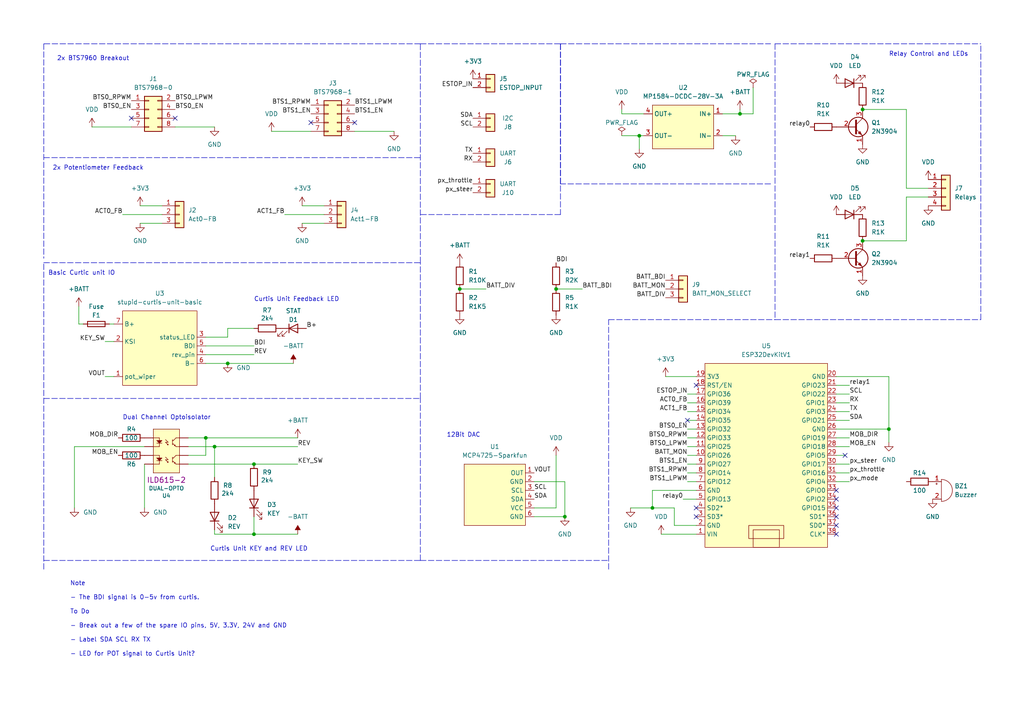
<source format=kicad_sch>
(kicad_sch (version 20211123) (generator eeschema)
  (paper "A4")
  (title_block (title "stupid-mobility-adapter-v3 ") (date "2022-03-08") (rev "3"))
  (lib_symbols
    (symbol "Connector_Generic:Conn_01x02" (pin_names (offset 1.016) hide)
      (property "Reference" "J" (at 0 2.54 0))
      (property "Value" "Conn_01x02" (at 0 -5.08 0))
      (symbol "Conn_01x02_1_1"
        (rectangle (start -1.27 -2.413) (end 0 -2.667) (stroke (width 0.1524)))
        (rectangle (start -1.27 0.127) (end 0 -0.127) (stroke (width 0.1524)))
        (rectangle (start -1.27 1.27) (end 1.27 -3.81) (stroke (width 0.254)) (fill (type background)))
        (pin passive line (at -5.08 0 0) (length 3.81) (name "Pin_1") (number "1"))
        (pin passive line (at -5.08 -2.54 0) (length 3.81) (name "Pin_2") (number "2"))
      )
    )
    (symbol "Connector_Generic:Conn_01x03" (pin_names (offset 1.016) hide)
      (property "Reference" "J" (at 0 5.08 0))
      (property "Value" "Conn_01x03" (at 0 -5.08 0))
      (symbol "Conn_01x03_1_1"
        (rectangle (start -1.27 -2.413) (end 0 -2.667) (stroke (width 0.1524)))
        (rectangle (start -1.27 0.127) (end 0 -0.127) (stroke (width 0.1524)))
        (rectangle (start -1.27 2.667) (end 0 2.413) (stroke (width 0.1524)))
        (rectangle (start -1.27 3.81) (end 1.27 -3.81) (stroke (width 0.254)) (fill (type background)))
        (pin passive line (at -5.08 2.54 0) (length 3.81) (name "Pin_1") (number "1"))
        (pin passive line (at -5.08 0 0) (length 3.81) (name "Pin_2") (number "2"))
        (pin passive line (at -5.08 -2.54 0) (length 3.81) (name "Pin_3") (number "3"))
      )
    )
    (symbol "Connector_Generic:Conn_01x04" (pin_names (offset 1.016) hide)
      (property "Reference" "J" (at 0 5.08 0))
      (property "Value" "Conn_01x04" (at 0 -7.62 0))
      (symbol "Conn_01x04_1_1"
        (rectangle (start -1.27 -4.953) (end 0 -5.207) (stroke (width 0.1524)))
        (rectangle (start -1.27 -2.413) (end 0 -2.667) (stroke (width 0.1524)))
        (rectangle (start -1.27 0.127) (end 0 -0.127) (stroke (width 0.1524)))
        (rectangle (start -1.27 2.667) (end 0 2.413) (stroke (width 0.1524)))
        (rectangle (start -1.27 3.81) (end 1.27 -6.35) (stroke (width 0.254)) (fill (type background)))
        (pin passive line (at -5.08 2.54 0) (length 3.81) (name "Pin_1") (number "1"))
        (pin passive line (at -5.08 0 0) (length 3.81) (name "Pin_2") (number "2"))
        (pin passive line (at -5.08 -2.54 0) (length 3.81) (name "Pin_3") (number "3"))
        (pin passive line (at -5.08 -5.08 0) (length 3.81) (name "Pin_4") (number "4"))
      )
    )
    (symbol "Connector_Generic:Conn_02x04_Odd_Even" (pin_names (offset 1.016) hide)
      (property "Reference" "J" (at 1.27 5.08 0))
      (property "Value" "Conn_02x04_Odd_Even" (at 1.27 -7.62 0))
      (symbol "Conn_02x04_Odd_Even_1_1"
        (rectangle (start -1.27 -4.953) (end 0 -5.207) (stroke (width 0.1524)))
        (rectangle (start -1.27 -2.413) (end 0 -2.667) (stroke (width 0.1524)))
        (rectangle (start -1.27 0.127) (end 0 -0.127) (stroke (width 0.1524)))
        (rectangle (start -1.27 2.667) (end 0 2.413) (stroke (width 0.1524)))
        (rectangle (start -1.27 3.81) (end 3.81 -6.35) (stroke (width 0.254)) (fill (type background)))
        (rectangle (start 3.81 -4.953) (end 2.54 -5.207) (stroke (width 0.1524)))
        (rectangle (start 3.81 -2.413) (end 2.54 -2.667) (stroke (width 0.1524)))
        (rectangle (start 3.81 0.127) (end 2.54 -0.127) (stroke (width 0.1524)))
        (rectangle (start 3.81 2.667) (end 2.54 2.413) (stroke (width 0.1524)))
        (pin passive line (at -5.08 2.54 0) (length 3.81) (name "Pin_1") (number "1"))
        (pin passive line (at 7.62 2.54 180) (length 3.81) (name "Pin_2") (number "2"))
        (pin passive line (at -5.08 0 0) (length 3.81) (name "Pin_3") (number "3"))
        (pin passive line (at 7.62 0 180) (length 3.81) (name "Pin_4") (number "4"))
        (pin passive line (at -5.08 -2.54 0) (length 3.81) (name "Pin_5") (number "5"))
        (pin passive line (at 7.62 -2.54 180) (length 3.81) (name "Pin_6") (number "6"))
        (pin passive line (at -5.08 -5.08 0) (length 3.81) (name "Pin_7") (number "7"))
        (pin passive line (at 7.62 -5.08 180) (length 3.81) (name "Pin_8") (number "8"))
      )
    )
    (symbol "Device:Buzzer" (pin_names (offset 0.0254) hide)
      (property "Reference" "BZ" (at 3.81 1.27 0))
      (property "Value" "Buzzer" (at 3.81 -1.27 0))
      (symbol "Buzzer_0_1"
        (arc (start 0 -3.175) (mid 3.175 0) (end 0 3.175))
        (polyline (pts (xy -1.651 1.905) (xy -1.143 1.905)))
        (polyline (pts (xy -1.397 2.159) (xy -1.397 1.651)))
        (polyline (pts (xy 0 3.175) (xy 0 -3.175)))
      )
      (symbol "Buzzer_1_1"
        (pin passive line (at -2.54 2.54 0) (length 2.54) (name "-") (number "1"))
        (pin passive line (at -2.54 -2.54 0) (length 2.54) (name "+") (number "2"))
      )
    )
    (symbol "Device:Fuse" (pin_numbers hide) (pin_names (offset 0))
      (property "Reference" "F" (at 2.032 0 90))
      (property "Value" "Fuse" (at -1.905 0 90))
      (symbol "Fuse_0_1"
        (rectangle (start -0.762 -2.54) (end 0.762 2.54) (stroke (width 0.254)))
        (polyline (pts (xy 0 2.54) (xy 0 -2.54)))
      )
      (symbol "Fuse_1_1"
        (pin passive line (at 0 3.81 270) (length 1.27) (name "~") (number "1"))
        (pin passive line (at 0 -3.81 90) (length 1.27) (name "~") (number "2"))
      )
    )
    (symbol "Device:LED" (pin_numbers hide) (pin_names (offset 1.016) hide)
      (property "Reference" "D" (at 0 2.54 0))
      (property "Value" "LED" (at 0 -2.54 0))
      (symbol "LED_0_1"
        (polyline (pts (xy -1.27 -1.27) (xy -1.27 1.27)) (stroke (width 0.254)))
        (polyline (pts (xy -1.27 0) (xy 1.27 0)))
        (polyline (pts (xy 1.27 -1.27) (xy 1.27 1.27) (xy -1.27 0) (xy 1.27 -1.27)) (stroke (width 0.254)))
        (polyline (pts (xy -3.048 -0.762) (xy -4.572 -2.286) (xy -3.81 -2.286) (xy -4.572 -2.286) (xy -4.572 -1.524)))
        (polyline (pts (xy -1.778 -0.762) (xy -3.302 -2.286) (xy -2.54 -2.286) (xy -3.302 -2.286) (xy -3.302 -1.524)))
      )
      (symbol "LED_1_1"
        (pin passive line (at -3.81 0 0) (length 2.54) (name "K") (number "1"))
        (pin passive line (at 3.81 0 180) (length 2.54) (name "A") (number "2"))
      )
    )
    (symbol "Device:R" (pin_numbers hide) (pin_names (offset 0))
      (property "Reference" "R" (at 2.032 0 90))
      (property "Value" "R" (at 0 0 90))
      (symbol "R_0_1"
        (rectangle (start -1.016 -2.54) (end 1.016 2.54) (stroke (width 0.254)))
      )
      (symbol "R_1_1"
        (pin passive line (at 0 3.81 270) (length 1.27) (name "~") (number "1"))
        (pin passive line (at 0 -3.81 90) (length 1.27) (name "~") (number "2"))
      )
    )
    (symbol "SparkFun-DiscreteSemi:DUAL-OPTOISOLATOR_SOIC8" (pin_numbers hide) (pin_names (offset 1.016) hide)
      (property "Reference" "U" (at -5.08 8.89 0))
      (property "Value" "SparkFun-DiscreteSemi_DUAL-OPTOISOLATOR_SOIC8" (at -5.08 -7.62 0))
      (property "Field4" "IC-09076" (at 0 12.7 0))
      (symbol "DUAL-OPTOISOLATOR_SOIC8_1_0"
        (polyline (pts (xy -5.08 0) (xy -3.302 0)))
        (polyline (pts (xy -5.08 5.08) (xy -3.302 5.08)))
        (polyline (pts (xy -3.302 -2.54) (xy -5.08 -2.54)))
        (polyline (pts (xy -3.302 -1.524) (xy -4.064 -1.524)))
        (polyline (pts (xy -3.302 -1.524) (xy -3.302 -2.54)))
        (polyline (pts (xy -3.302 0) (xy -3.302 -0.762)))
        (polyline (pts (xy -3.302 2.54) (xy -5.08 2.54)))
        (polyline (pts (xy -3.302 3.556) (xy -4.064 3.556)))
        (polyline (pts (xy -3.302 3.556) (xy -3.302 2.54)))
        (polyline (pts (xy -3.302 5.08) (xy -3.302 4.318)))
        (polyline (pts (xy -2.54 -1.524) (xy -3.302 -1.524)))
        (polyline (pts (xy -2.54 3.556) (xy -3.302 3.556)))
        (polyline (pts (xy -1.524 -1.27) (xy -0.762 -2.032)))
        (polyline (pts (xy -1.524 -0.508) (xy -0.762 -1.27)))
        (polyline (pts (xy -1.524 3.81) (xy -0.762 3.048)))
        (polyline (pts (xy -1.524 4.572) (xy -0.762 3.81)))
        (polyline (pts (xy -0.762 -1.27) (xy -1.524 -1.27)))
        (polyline (pts (xy -0.762 3.81) (xy -1.524 3.81)))
        (polyline (pts (xy 0.508 -1.778) (xy 0.508 -2.032)))
        (polyline (pts (xy 0.508 -1.778) (xy 0.762 -1.778)))
        (polyline (pts (xy 0.508 -0.762) (xy 0.508 -1.778)))
        (polyline (pts (xy 0.508 -0.762) (xy 0.762 -0.762)))
        (polyline (pts (xy 0.508 -0.508) (xy 0.508 -0.762)))
        (polyline (pts (xy 0.508 3.302) (xy 0.508 3.048)))
        (polyline (pts (xy 0.508 3.302) (xy 0.762 3.302)))
        (polyline (pts (xy 0.508 4.318) (xy 0.508 3.302)))
        (polyline (pts (xy 0.508 4.318) (xy 0.762 4.318)))
        (polyline (pts (xy 0.508 4.572) (xy 0.508 4.318)))
        (polyline (pts (xy 0.762 -1.778) (xy 1.27 -2.286)))
        (polyline (pts (xy 0.762 -0.762) (xy 1.524 0)))
        (polyline (pts (xy 0.762 3.302) (xy 1.27 2.794)))
        (polyline (pts (xy 0.762 4.318) (xy 1.524 5.08)))
        (polyline (pts (xy 1.27 -2.286) (xy 1.524 -2.54)))
        (polyline (pts (xy 1.27 2.794) (xy 1.524 2.54)))
        (polyline (pts (xy 1.524 -2.54) (xy 2.54 -2.54)))
        (polyline (pts (xy 1.524 0) (xy 2.54 0)))
        (polyline (pts (xy 1.524 2.54) (xy 2.54 2.54)))
        (polyline (pts (xy 1.524 5.08) (xy 2.54 5.08)))
      )
      (symbol "DUAL-OPTOISOLATOR_SOIC8_1_1"
        (polyline (pts (xy -0.762 -2.032) (xy -0.762 -1.778) (xy -1.016 -2.032) (xy -0.762 -2.032)) (fill (type background)))
        (polyline (pts (xy -0.762 3.048) (xy -0.762 3.302) (xy -1.016 3.048) (xy -0.762 3.048)) (fill (type background)))
        (polyline (pts (xy 1.27 -2.286) (xy 1.27 -2.032) (xy 1.016 -2.286) (xy 1.27 -2.286)) (fill (type background)))
        (polyline (pts (xy 1.27 2.794) (xy 1.27 3.048) (xy 1.016 2.794) (xy 1.27 2.794)) (fill (type background)))
        (polyline (pts (xy -4.064 -0.762) (xy -2.54 -0.762) (xy -2.54 -0.762) (xy -3.302 -1.524) (xy -3.302 -1.524) (xy -4.064 -0.762)) (fill (type outline)))
        (polyline (pts (xy -4.064 4.318) (xy -2.54 4.318) (xy -2.54 4.318) (xy -3.302 3.556) (xy -3.302 3.556) (xy -4.064 4.318)) (fill (type outline)))
        (polyline (pts (xy -5.08 7.62) (xy 2.54 7.62) (xy 2.54 5.08) (xy 2.54 2.54) (xy 2.54 0) (xy 2.54 -2.54) (xy 2.54 -5.08) (xy -5.08 -5.08) (xy -5.08 -2.54) (xy -5.08 0) (xy -5.08 2.54) (xy -5.08 5.08) (xy -5.08 7.62)) (fill (type background)))
        (pin bidirectional line (at -7.62 5.08 0) (length 2.54) (name "A1") (number "1"))
        (pin bidirectional line (at -7.62 2.54 0) (length 2.54) (name "C1") (number "2"))
        (pin bidirectional line (at -7.62 0 0) (length 2.54) (name "A2") (number "3"))
        (pin bidirectional line (at -7.62 -2.54 0) (length 2.54) (name "C2") (number "4"))
        (pin bidirectional line (at 5.08 -2.54 180) (length 2.54) (name "EM2") (number "5"))
        (pin bidirectional line (at 5.08 0 180) (length 2.54) (name "CL2") (number "6"))
        (pin bidirectional line (at 5.08 2.54 180) (length 2.54) (name "EM1") (number "7"))
        (pin bidirectional line (at 5.08 5.08 180) (length 2.54) (name "CL1") (number "8"))
      )
    )
    (symbol "Transistor_BJT:2N3904" (pin_names (offset 0) hide)
      (property "Reference" "Q" (at 5.08 1.905 0))
      (property "Value" "2N3904" (at 5.08 0 0))
      (symbol "2N3904_0_1"
        (polyline (pts (xy 0.635 0.635) (xy 2.54 2.54)))
        (polyline (pts (xy 0.635 -0.635) (xy 2.54 -2.54) (xy 2.54 -2.54)))
        (polyline (pts (xy 0.635 1.905) (xy 0.635 -1.905) (xy 0.635 -1.905)) (stroke (width 0.508)))
        (polyline (pts (xy 1.27 -1.778) (xy 1.778 -1.27) (xy 2.286 -2.286) (xy 1.27 -1.778) (xy 1.27 -1.778)) (fill (type outline)))
        (circle (center 1.27 0) (radius 2.8194) (stroke (width 0.254)))
      )
      (symbol "2N3904_1_1"
        (pin passive line (at 2.54 -5.08 90) (length 2.54) (name "E") (number "1"))
        (pin passive line (at -5.08 0 0) (length 5.715) (name "B") (number "2"))
        (pin passive line (at 2.54 5.08 270) (length 2.54) (name "C") (number "3"))
      )
    )
    (symbol "power:+3.3V" (power) (pin_names (offset 0))
      (property "Value" "+3.3V" (at 0 3.556 0))
      (symbol "+3.3V_0_1"
        (polyline (pts (xy -0.762 1.27) (xy 0 2.54)))
        (polyline (pts (xy 0 0) (xy 0 2.54)))
        (polyline (pts (xy 0 2.54) (xy 0.762 1.27)))
      )
      (symbol "+3.3V_1_1"
        (pin power_in line (at 0 0 90) (length 0) hide (name "+3V3") (number "1"))
      )
    )
    (symbol "power:+BATT" (power) (pin_names (offset 0))
      (property "Value" "+BATT" (at 0 3.556 0))
      (symbol "+BATT_0_1"
        (polyline (pts (xy -0.762 1.27) (xy 0 2.54)))
        (polyline (pts (xy 0 0) (xy 0 2.54)))
        (polyline (pts (xy 0 2.54) (xy 0.762 1.27)))
      )
      (symbol "+BATT_1_1"
        (pin power_in line (at 0 0 90) (length 0) hide (name "+BATT") (number "1"))
      )
    )
    (symbol "power:-BATT" (power) (pin_names (offset 0))
      (property "Value" "-BATT" (at 0 3.556 0))
      (symbol "-BATT_0_1"
        (polyline (pts (xy 0 0) (xy 0 2.54)))
        (polyline (pts (xy 0.762 1.27) (xy -0.762 1.27) (xy 0 2.54) (xy 0.762 1.27)) (fill (type outline)))
      )
      (symbol "-BATT_1_1"
        (pin power_in line (at 0 0 90) (length 0) hide (name "-BATT") (number "1"))
      )
    )
    (symbol "power:GND" (power) (pin_names (offset 0))
      (property "Value" "GND" (at 0 -3.81 0))
      (symbol "GND_0_1"
        (polyline (pts (xy 0 0) (xy 0 -1.27) (xy 1.27 -1.27) (xy 0 -2.54) (xy -1.27 -1.27) (xy 0 -1.27)))
      )
      (symbol "GND_1_1"
        (pin power_in line (at 0 0 270) (length 0) hide (name "GND") (number "1"))
      )
    )
    (symbol "power:PWR_FLAG" (power) (pin_numbers hide) (pin_names (offset 0) hide)
      (property "Value" "PWR_FLAG" (at 0 3.81 0))
      (symbol "PWR_FLAG_0_0"
        (pin power_out line (at 0 0 90) (length 0) (name "pwr") (number "1"))
      )
      (symbol "PWR_FLAG_0_1"
        (polyline (pts (xy 0 0) (xy 0 1.27) (xy -1.016 1.905) (xy 0 2.54) (xy 1.016 1.905) (xy 0 1.27)))
      )
    )
    (symbol "power:VDD" (power) (pin_names (offset 0))
      (property "Value" "VDD" (at 0 3.81 0))
      (symbol "VDD_0_1"
        (polyline (pts (xy -0.762 1.27) (xy 0 2.54)))
        (polyline (pts (xy 0 0) (xy 0 2.54)))
        (polyline (pts (xy 0 2.54) (xy 0.762 1.27)))
      )
      (symbol "VDD_1_1"
        (pin power_in line (at 0 0 90) (length 0) hide (name "VDD") (number "1"))
      )
    )
    (symbol "stupid-electronics-components-library:ESP32DevKitV1"
      (property "Reference" "U" (at 0 1.27 0))
      (property "Value" "ESP32DevKitV1" (at 0 5.08 0))
      (symbol "ESP32DevKitV1_0_0"
        (rectangle (start -17.78 26.67) (end 17.78 -26.67) (fill (type background)))
        (rectangle (start -5.08 -20.32) (end 5.08 -24.13))
        (rectangle (start -3.81 -21.59) (end 3.81 -26.67))
      )
      (symbol "ESP32DevKitV1_1_1"
        (pin power_in line (at -20.32 -22.86 0) (length 2.54) (name "VIN") (number "1"))
        (pin bidirectional line (at -20.32 0 0) (length 2.54) (name "GPIO26") (number "10"))
        (pin bidirectional line (at -20.32 2.54 0) (length 2.54) (name "GPIO25") (number "11"))
        (pin bidirectional line (at -20.32 5.08 0) (length 2.54) (name "GPIO33") (number "12"))
        (pin bidirectional line (at -20.32 7.62 0) (length 2.54) (name "GPIO32") (number "13"))
        (pin bidirectional line (at -20.32 10.16 0) (length 2.54) (name "GPIO35") (number "14"))
        (pin bidirectional line (at -20.32 12.7 0) (length 2.54) (name "GPIO34") (number "15"))
        (pin bidirectional line (at -20.32 15.24 0) (length 2.54) (name "GPIO39") (number "16"))
        (pin bidirectional line (at -20.32 17.78 0) (length 2.54) (name "GPIO36") (number "17"))
        (pin bidirectional line (at -20.32 20.32 0) (length 2.54) (name "RST/EN") (number "18"))
        (pin power_out line (at -20.32 22.86 0) (length 2.54) (name "3V3") (number "19"))
        (pin power_in line (at -20.32 -20.32 0) (length 2.54) (name "GND") (number "2"))
        (pin power_in line (at 20.32 22.86 180) (length 2.54) (name "GND") (number "20"))
        (pin bidirectional line (at 20.32 20.32 180) (length 2.54) (name "GPIO23") (number "21"))
        (pin bidirectional line (at 20.32 17.78 180) (length 2.54) (name "GPIO22") (number "22"))
        (pin bidirectional line (at 20.32 15.24 180) (length 2.54) (name "GPIO1") (number "23"))
        (pin bidirectional line (at 20.32 12.7 180) (length 2.54) (name "GPIO3") (number "24"))
        (pin bidirectional line (at 20.32 10.16 180) (length 2.54) (name "GPIO21") (number "25"))
        (pin power_in line (at 20.32 7.62 180) (length 2.54) (name "GND") (number "26"))
        (pin bidirectional line (at 20.32 5.08 180) (length 2.54) (name "GPIO19") (number "27"))
        (pin bidirectional line (at 20.32 2.54 180) (length 2.54) (name "GPIO18") (number "28"))
        (pin bidirectional line (at 20.32 0 180) (length 2.54) (name "GPIO5") (number "29"))
        (pin output line (at -20.32 -17.78 0) (length 2.54) (name "SD3*") (number "3"))
        (pin bidirectional line (at 20.32 -2.54 180) (length 2.54) (name "GPIO17") (number "30"))
        (pin bidirectional line (at 20.32 -5.08 180) (length 2.54) (name "GPIO16") (number "31"))
        (pin bidirectional line (at 20.32 -7.62 180) (length 2.54) (name "GPIO4") (number "32"))
        (pin bidirectional line (at 20.32 -10.16 180) (length 2.54) (name "GPIO0") (number "33"))
        (pin bidirectional line (at 20.32 -12.7 180) (length 2.54) (name "GPIO2") (number "34"))
        (pin bidirectional line (at 20.32 -15.24 180) (length 2.54) (name "GPIO15") (number "35"))
        (pin output line (at 20.32 -17.78 180) (length 2.54) (name "SD1*") (number "36"))
        (pin output line (at 20.32 -20.32 180) (length 2.54) (name "SD0*") (number "37"))
        (pin output line (at 20.32 -22.86 180) (length 2.54) (name "CLK*") (number "38"))
        (pin output line (at -20.32 -15.24 0) (length 2.54) (name "SD2*") (number "4"))
        (pin bidirectional line (at -20.32 -12.7 0) (length 2.54) (name "GPIO13") (number "5"))
        (pin power_in line (at -20.32 -10.16 0) (length 2.54) (name "GND") (number "6"))
        (pin bidirectional line (at -20.32 -7.62 0) (length 2.54) (name "GPIO12") (number "7"))
        (pin bidirectional line (at -20.32 -5.08 0) (length 2.54) (name "GPIO14") (number "8"))
        (pin bidirectional line (at -20.32 -2.54 0) (length 2.54) (name "GPIO27") (number "9"))
      )
    )
    (symbol "stupid-electronics-components-library:MCP4725-Sparkfun"
      (property "Reference" "U" (at -10.16 5.08 0))
      (property "Value" "MCP4725-Sparkfun" (at -10.16 2.54 0))
      (symbol "MCP4725-Sparkfun_0_1"
        (rectangle (start -2.54 0) (end -20.32 -17.78) (fill (type background)))
      )
      (symbol "MCP4725-Sparkfun_1_1"
        (pin output line (at 0 -2.54 180) (length 2.54) (name "OUT") (number "1"))
        (pin power_in line (at 0 -5.08 180) (length 2.54) (name "GND") (number "2"))
        (pin input line (at 0 -7.62 180) (length 2.54) (name "SCL") (number "3"))
        (pin input line (at 0 -10.16 180) (length 2.54) (name "SDA") (number "4"))
        (pin power_in line (at 0 -12.7 180) (length 2.54) (name "VCC") (number "5"))
        (pin power_in line (at 0 -15.24 180) (length 2.54) (name "GND") (number "6"))
      )
    )
    (symbol "stupid-electronics-components-library:MP1584-DCDC-28V-3A"
      (property "Reference" "U" (at 0 7.62 0))
      (property "Value" "MP1584-DCDC-28V-3A" (at 0 -8.89 0))
      (symbol "MP1584-DCDC-28V-3A_0_1"
        (rectangle (start -8.89 6.35) (end 8.89 -6.35) (fill (type background)))
      )
      (symbol "MP1584-DCDC-28V-3A_1_1"
        (pin power_in line (at -11.43 -3.81 0) (length 2.54) (name "IN+") (number "1"))
        (pin power_in line (at -11.43 2.54 0) (length 2.54) (name "IN-") (number "2"))
        (pin power_in line (at 11.43 2.54 180) (length 2.54) (name "OUT-") (number "3"))
        (pin power_out line (at 11.43 -3.81 180) (length 2.54) (name "OUT+") (number "4"))
      )
    )
    (symbol "stupid-electronics-components-library:stupid-curtis-unit-basic"
      (property "Reference" "U" (at -13.97 15.24 0))
      (property "Value" "stupid-curtis-unit-basic" (at 0 13.97 0))
      (symbol "stupid-curtis-unit-basic_0_1"
        (rectangle (start -10.16 12.7) (end 11.43 -8.89) (fill (type background)))
      )
      (symbol "stupid-curtis-unit-basic_1_1"
        (pin input line (at -12.7 -6.35 0) (length 2.54) (name "pot_wiper") (number "1"))
        (pin input line (at -12.7 3.81 0) (length 2.54) (name "KSI") (number "2"))
        (pin open_collector line (at 13.97 5.08 180) (length 2.54) (name "status_LED") (number "3"))
        (pin input line (at 13.97 0 180) (length 2.54) (name "rev_pin") (number "4"))
        (pin output line (at 13.97 2.54 180) (length 2.54) (name "BDI") (number "5"))
        (pin power_in line (at 13.97 -2.54 180) (length 2.54) (name "B-") (number "6"))
        (pin power_out line (at -12.7 8.89 0) (length 2.54) (name "B+") (number "7"))
      )
    )
  )
  (junction (at 66.04 105.41))
  (junction (at 161.29 83.82))
  (junction (at 214.63 33.02))
  (junction (at 73.66 134.62))
  (junction (at 185.42 39.37))
  (junction (at 250.19 69.85))
  (junction (at 133.35 83.82))
  (junction (at 59.69 127))
  (junction (at 62.23 129.54))
  (junction (at 250.19 31.75))
  (junction (at 189.23 147.32))
  (junction (at 163.83 149.86))
  (junction (at 73.66 154.94))
  (junction (at 257.81 124.46))
  (no_connect (at 201.93 111.76))
  (no_connect (at 242.57 149.86))
  (no_connect (at 242.57 144.78))
  (no_connect (at 242.57 142.24))
  (no_connect (at 242.57 154.94))
  (no_connect (at 242.57 152.4))
  (no_connect (at 38.1 34.29))
  (no_connect (at 201.93 149.86))
  (no_connect (at 245.11 132.08))
  (no_connect (at 50.8 34.29))
  (no_connect (at 201.93 147.32))
  (no_connect (at 199.39 121.92))
  (no_connect (at 102.87 35.56))
  (no_connect (at 90.17 35.56))
  (no_connect (at 242.57 147.32))
  (wire (pts (xy 54.61 134.62) (xy 73.66 134.62)))
  (polyline (pts (xy 176.53 92.71) (xy 224.79 92.71)))
  (wire (pts (xy 87.63 64.77) (xy 93.98 64.77)))
  (wire (pts (xy 262.89 31.75) (xy 250.19 31.75)))
  (wire (pts (xy 209.55 39.37) (xy 213.36 39.37)))
  (wire (pts (xy 62.23 129.54) (xy 62.23 138.43)))
  (polyline (pts (xy 162.56 12.7) (xy 162.56 62.23)))
  (wire (pts (xy 199.39 114.3) (xy 201.93 114.3)))
  (wire (pts (xy 161.29 83.82) (xy 168.91 83.82)))
  (wire (pts (xy 199.39 129.54) (xy 201.93 129.54)))
  (wire (pts (xy 262.89 54.61) (xy 269.24 54.61)))
  (wire (pts (xy 201.93 121.92) (xy 199.39 121.92)))
  (wire (pts (xy 66.04 95.25) (xy 73.66 95.25)))
  (wire (pts (xy 198.12 144.78) (xy 201.93 144.78)))
  (wire (pts (xy 242.57 124.46) (xy 257.81 124.46)))
  (wire (pts (xy 21.59 129.54) (xy 21.59 147.32)))
  (wire (pts (xy 180.34 31.75) (xy 180.34 33.02)))
  (wire (pts (xy 199.39 139.7) (xy 201.93 139.7)))
  (wire (pts (xy 163.83 139.7) (xy 163.83 149.86)))
  (wire (pts (xy 33.02 93.98) (xy 31.75 93.98)))
  (wire (pts (xy 59.69 127) (xy 54.61 127)))
  (wire (pts (xy 214.63 33.02) (xy 214.63 31.75)))
  (polyline (pts (xy 12.7 45.72) (xy 121.92 45.72)))
  (wire (pts (xy 199.39 119.38) (xy 201.93 119.38)))
  (wire (pts (xy 87.63 59.69) (xy 93.98 59.69)))
  (wire (pts (xy 62.23 129.54) (xy 86.36 129.54)))
  (wire (pts (xy 185.42 39.37) (xy 185.42 43.18)))
  (wire (pts (xy 154.94 147.32) (xy 161.29 147.32)))
  (wire (pts (xy 195.58 147.32) (xy 189.23 147.32)))
  (polyline (pts (xy 162.56 53.34) (xy 162.56 12.7)))
  (wire (pts (xy 185.42 39.37) (xy 186.69 39.37)))
  (polyline (pts (xy 12.7 76.2) (xy 13.97 76.2)))
  (wire (pts (xy 182.88 147.32) (xy 189.23 147.32)))
  (wire (pts (xy 218.44 25.4) (xy 218.44 33.02)))
  (polyline (pts (xy 12.7 162.56) (xy 121.92 162.56)))
  (wire (pts (xy 199.39 124.46) (xy 201.93 124.46)))
  (wire (pts (xy 199.39 134.62) (xy 201.93 134.62)))
  (wire (pts (xy 195.58 152.4) (xy 201.93 152.4)))
  (wire (pts (xy 26.67 36.83) (xy 38.1 36.83)))
  (wire (pts (xy 180.34 39.37) (xy 185.42 39.37)))
  (wire (pts (xy 41.91 129.54) (xy 21.59 129.54)))
  (wire (pts (xy 262.89 57.15) (xy 269.24 57.15)))
  (polyline (pts (xy 162.56 62.23) (xy 121.92 62.23)))
  (polyline (pts (xy 223.52 53.34) (xy 162.56 53.34)))
  (wire (pts (xy 180.34 33.02) (xy 186.69 33.02)))
  (wire (pts (xy 191.77 154.94) (xy 201.93 154.94)))
  (wire (pts (xy 40.64 59.69) (xy 46.99 59.69)))
  (wire (pts (xy 154.94 139.7) (xy 163.83 139.7)))
  (wire (pts (xy 242.57 139.7) (xy 246.38 139.7)))
  (wire (pts (xy 242.57 114.3) (xy 246.38 114.3)))
  (wire (pts (xy 50.8 36.83) (xy 62.23 36.83)))
  (wire (pts (xy 242.57 137.16) (xy 246.38 137.16)))
  (wire (pts (xy 73.66 134.62) (xy 86.36 134.62)))
  (wire (pts (xy 59.69 127) (xy 86.36 127)))
  (wire (pts (xy 199.39 116.84) (xy 201.93 116.84)))
  (polyline (pts (xy 162.56 12.7) (xy 223.52 12.7)))
  (wire (pts (xy 199.39 127) (xy 201.93 127)))
  (polyline (pts (xy 12.7 115.57) (xy 78.74 115.57)))
  (wire (pts (xy 62.23 154.94) (xy 73.66 154.94)))
  (polyline (pts (xy 224.79 92.71) (xy 284.48 92.71)))
  (wire (pts (xy 250.19 69.85) (xy 262.89 69.85)))
  (wire (pts (xy 78.74 38.1) (xy 90.17 38.1)))
  (polyline (pts (xy 78.74 115.57) (xy 121.92 115.57)))
  (wire (pts (xy 35.56 62.23) (xy 46.99 62.23)))
  (wire (pts (xy 161.29 132.08) (xy 161.29 147.32)))
  (wire (pts (xy 257.81 124.46) (xy 257.81 128.27)))
  (wire (pts (xy 262.89 69.85) (xy 262.89 57.15)))
  (wire (pts (xy 59.69 102.87) (xy 73.66 102.87)))
  (wire (pts (xy 242.57 127) (xy 246.38 127)))
  (wire (pts (xy 22.86 88.9) (xy 22.86 93.98)))
  (wire (pts (xy 201.93 137.16) (xy 199.39 137.16)))
  (wire (pts (xy 245.11 132.08) (xy 242.57 132.08)))
  (wire (pts (xy 257.81 109.22) (xy 257.81 124.46)))
  (polyline (pts (xy 176.53 165.1) (xy 176.53 92.71)))
  (wire (pts (xy 214.63 33.02) (xy 218.44 33.02)))
  (polyline (pts (xy 12.7 76.2) (xy 121.92 76.2)))
  (wire (pts (xy 189.23 142.24) (xy 189.23 147.32)))
  (wire (pts (xy 242.57 119.38) (xy 246.38 119.38)))
  (wire (pts (xy 242.57 129.54) (xy 246.38 129.54)))
  (polyline (pts (xy 12.7 12.7) (xy 12.7 74.93)))
  (polyline (pts (xy 121.92 12.7) (xy 12.7 12.7)))
  (polyline (pts (xy 121.92 162.56) (xy 176.53 162.56)))
  (wire (pts (xy 242.57 111.76) (xy 246.38 111.76)))
  (wire (pts (xy 195.58 152.4) (xy 195.58 147.32)))
  (wire (pts (xy 242.57 121.92) (xy 246.38 121.92)))
  (wire (pts (xy 30.48 109.22) (xy 33.02 109.22)))
  (polyline (pts (xy 121.92 76.2) (xy 121.92 12.7)))
  (wire (pts (xy 22.86 93.98) (xy 24.13 93.98)))
  (polyline (pts (xy 121.92 12.7) (xy 162.56 12.7)))
  (wire (pts (xy 66.04 97.79) (xy 66.04 95.25)))
  (polyline (pts (xy 121.92 162.56) (xy 121.92 115.57)))
  (wire (pts (xy 59.69 132.08) (xy 59.69 127)))
  (polyline (pts (xy 121.92 115.57) (xy 121.92 76.2)))
  (wire (pts (xy 40.64 64.77) (xy 46.99 64.77)))
  (polyline (pts (xy 224.79 12.7) (xy 284.48 12.7)))
  (wire (pts (xy 59.69 97.79) (xy 66.04 97.79)))
  (wire (pts (xy 54.61 132.08) (xy 59.69 132.08)))
  (wire (pts (xy 193.04 109.22) (xy 201.93 109.22)))
  (wire (pts (xy 54.61 129.54) (xy 62.23 129.54)))
  (wire (pts (xy 242.57 109.22) (xy 257.81 109.22)))
  (wire (pts (xy 242.57 134.62) (xy 246.38 134.62)))
  (wire (pts (xy 242.57 116.84) (xy 246.38 116.84)))
  (wire (pts (xy 66.04 105.41) (xy 85.09 105.41)))
  (wire (pts (xy 209.55 33.02) (xy 214.63 33.02)))
  (wire (pts (xy 102.87 38.1) (xy 114.3 38.1)))
  (wire (pts (xy 59.69 105.41) (xy 66.04 105.41)))
  (wire (pts (xy 82.55 62.23) (xy 93.98 62.23)))
  (wire (pts (xy 41.91 134.62) (xy 41.91 147.32)))
  (wire (pts (xy 262.89 31.75) (xy 262.89 54.61)))
  (wire (pts (xy 30.48 99.06) (xy 33.02 99.06)))
  (wire (pts (xy 201.93 132.08) (xy 199.39 132.08)))
  (wire (pts (xy 73.66 100.33) (xy 59.69 100.33)))
  (polyline (pts (xy 284.48 92.71) (xy 284.48 12.7)))
  (wire (pts (xy 133.35 83.82) (xy 140.97 83.82)))
  (wire (pts (xy 73.66 149.86) (xy 73.66 154.94)))
  (polyline (pts (xy 224.79 12.7) (xy 224.79 92.71)))
  (wire (pts (xy 73.66 154.94) (xy 86.36 154.94)))
  (wire (pts (xy 62.23 153.67) (xy 62.23 154.94)))
  (wire (pts (xy 154.94 149.86) (xy 163.83 149.86)))
  (wire (pts (xy 189.23 142.24) (xy 201.93 142.24)))
  (polyline (pts (xy 12.7 165.1) (xy 12.7 76.2)))
  (text "2x BTS7960 Breakout" (at 16.51 17.78 0) (effects (font (size 1.27 1.27)) (justify left bottom)))
  (text "Basic Curtic unit IO\n" (at 13.97 80.01 0) (effects (font (size 1.27 1.27)) (justify left bottom)))
  (text "Curtis Unit KEY and REV LED\n" (at 60.96 160.02 0) (effects (font (size 1.27 1.27)) (justify left bottom)))
  (text "Dual Channel Optoisolator" (at 35.56 121.92 0) (effects (font (size 1.27 1.27)) (justify left bottom)))
  (text "12Bit DAC" (at 129.54 127 0) (effects (font (size 1.27 1.27)) (justify left bottom)))
  (text "Curtis Unit Feedback LED\n" (at 73.66 87.63 0) (effects (font (size 1.27 1.27)) (justify left bottom)))
  (text "Note\n\n- The BDI signal is 0-5v from curtis. \n\nTo Do\n\n- Break out a few of the spare IO pins, 5V, 3.3V, 24V and GND\n\n- Label SDA SCL RX TX\n\n- LED for POT signal to Curtis Unit?\n" (at 20.32 190.5 0) (effects (font (size 1.27 1.27)) (justify left bottom)))
  (text "Relay Control and LEDs" (at 257.81 16.51 0) (effects (font (size 1.27 1.27)) (justify left bottom)))
  (text "2x Potentiometer Feedback\n" (at 15.24 49.53 0) (effects (font (size 1.27 1.27)) (justify left bottom)))
  (label "BTS1_LPWM" (at 199.39 139.7 180))
  (label "BTS1_RPWM" (at 90.17 30.48 180))
  (label "ACT1_FB" (at 82.55 62.23 180))
  (label "BATT_MON" (at 199.39 132.08 180))
  (label "BATT_DIV" (at 193.04 86.36 180))
  (label "SDA" (at 246.38 121.92 0))
  (label "BTS0_LPWM" (at 50.8 29.21 0))
  (label "ESTOP_IN" (at 137.16 25.4 180))
  (label "RX" (at 137.16 46.99 180))
  (label "SDA" (at 137.16 34.29 180) (effects (font (size 1.2446 1.2446))))
  (label "TX" (at 137.16 44.45 180))
  (label "SCL" (at 154.94 142.24 0) (effects (font (size 1.2446 1.2446))))
  (label "BATT_BDI" (at 168.91 83.82 0))
  (label "MOB_DIR" (at 246.38 127 0))
  (label "BTS0_RPWM" (at 38.1 29.21 180))
  (label "RX" (at 246.38 116.84 0))
  (label "ESTOP_IN" (at 199.39 114.3 180))
  (label "BTS1_RPWM" (at 199.39 137.16 180))
  (label "relay1" (at 246.38 111.76 0))
  (label "px_mode" (at 246.38 139.7 0))
  (label "MOB_DIR" (at 34.29 127 180))
  (label "BTS1_EN" (at 102.87 33.02 0))
  (label "px_throttle" (at 137.16 53.34 180))
  (label "SCL" (at 246.38 114.3 0))
  (label "BTS0_RPWM" (at 199.39 127 180))
  (label "BTS1_LPWM" (at 102.87 30.48 0))
  (label "BTS0_LPWM" (at 199.39 129.54 180))
  (label "MOB_EN" (at 246.38 129.54 0))
  (label "BATT_MON" (at 193.04 83.82 180))
  (label "relay0" (at 198.12 144.78 180))
  (label "relay0" (at 234.95 36.83 180))
  (label "TX" (at 246.38 119.38 0))
  (label "ACT0_FB" (at 35.56 62.23 180))
  (label "BTS0_EN" (at 199.39 124.46 180))
  (label "REV" (at 86.36 129.54 0))
  (label "BTS1_EN" (at 90.17 33.02 180))
  (label "px_steer" (at 137.16 55.88 180))
  (label "BTS0_EN" (at 50.8 31.75 0))
  (label "BDI" (at 73.66 100.33 0))
  (label "BDI" (at 161.29 76.2 0))
  (label "BATT_BDI" (at 193.04 81.28 180))
  (label "KEY_SW" (at 30.48 99.06 180))
  (label "SDA" (at 154.94 144.78 0) (effects (font (size 1.2446 1.2446))))
  (label "VOUT" (at 154.94 137.16 0) (effects (font (size 1.2446 1.2446))))
  (label "BTS0_EN" (at 38.1 31.75 180))
  (label "BTS1_EN" (at 199.39 134.62 180))
  (label "MOB_EN" (at 34.29 132.08 180))
  (label "ACT0_FB" (at 199.39 116.84 180))
  (label "REV" (at 73.66 102.87 0))
  (label "KEY_SW" (at 86.36 134.62 0))
  (label "B+" (at 88.9 95.25 0))
  (label "SCL" (at 137.16 36.83 180) (effects (font (size 1.2446 1.2446))))
  (label "relay1" (at 234.95 74.93 180))
  (label "VOUT" (at 30.48 109.22 180) (effects (font (size 1.2446 1.2446))))
  (label "px_steer" (at 246.38 134.62 0))
  (label "BATT_DIV" (at 140.97 83.82 0))
  (label "ACT1_FB" (at 199.39 119.38 180))
  (label "px_throttle" (at 246.38 137.16 0))
  (symbol (lib_id "Device:LED") (at 85.09 95.25 0) (unit 1)
    (property "Reference" "D1" (at 85.09 92.71 0))
    (property "Value" "STAT" (at 85.09 90.17 0))
    (property "Footprint" "LED_THT:LED_D5.0mm" (effects hide))
  )
  (symbol (lib_id "power:GND") (at 133.35 91.44 0) (unit 1)
    (property "Reference" "#PWR0102" (effects hide))
    (property "Value" "GND" (at 133.35 96.52 0))
  )
  (symbol (lib_id "power:VDD") (at 269.24 52.07 0) (unit 1)
    (property "Reference" "#PWR027" (effects hide))
    (property "Value" "VDD" (at 269.24 46.99 0))
  )
  (symbol (lib_id "Device:R") (at 161.29 80.01 0) (unit 1)
    (property "Reference" "R3" (at 163.83 78.7399 0) (effects (justify left)))
    (property "Value" "R2K" (at 163.83 81.2799 0) (effects (justify left)))
    (property "Footprint" "Resistor_THT:R_Axial_DIN0207_L6.3mm_D2.5mm_P7.62mm_Horizontal" (effects hide))
  )
  (symbol (lib_id "Device:R") (at 238.76 36.83 90) (unit 1)
    (property "Reference" "R10" (at 238.76 30.48 90))
    (property "Value" "R1K" (at 238.76 33.02 90))
    (property "Footprint" "Resistor_THT:R_Axial_DIN0207_L6.3mm_D2.5mm_P7.62mm_Horizontal" (effects hide))
  )
  (symbol (lib_id "power:GND") (at 114.3 38.1 0) (unit 1)
    (property "Reference" "#PWR08" (effects hide))
    (property "Value" "GND" (at 114.3 43.18 0))
  )
  (symbol (lib_id "power:-BATT") (at 86.36 154.94 0) (unit 1)
    (property "Reference" "#PWR030" (effects hide))
    (property "Value" "-BATT" (at 86.36 149.86 0))
  )
  (symbol (lib_id "power:+3.3V") (at 193.04 109.22 0) (unit 1)
    (property "Reference" "#PWR0106" (effects hide))
    (property "Value" "+3.3V" (at 193.04 104.14 0))
  )
  (symbol (lib_id "stupid-electronics-components-library:stupid-curtis-unit-basic") (at 45.72 102.87 0) (unit 1)
    (property "Reference" "U3" (at 46.355 85.09 0))
    (property "Value" "stupid-curtis-unit-basic" (at 46.355 87.63 0))
    (property "Footprint" "TerminalBlock_Phoenix:TerminalBlock_Phoenix_MKDS-3-7-5.08_1x07_P5.08mm_Horizontal" (effects hide))
  )
  (symbol (lib_id "Device:R") (at 266.7 139.7 270) (unit 1)
    (property "Reference" "R14" (at 266.7 137.16 90))
    (property "Value" "100" (at 266.7 142.24 90))
    (property "Footprint" "Resistor_THT:R_Axial_DIN0207_L6.3mm_D2.5mm_P7.62mm_Horizontal" (effects hide))
  )
  (symbol (lib_id "Connector_Generic:Conn_01x02") (at 142.24 22.86 0) (unit 1)
    (property "Reference" "J5" (at 144.78 22.8599 0) (effects (justify left)))
    (property "Value" "ESTOP_INPUT" (at 144.78 25.3999 0) (effects (justify left)))
    (property "Footprint" "TerminalBlock_4Ucon:TerminalBlock_4Ucon_1x02_P3.50mm_Horizontal" (effects hide))
  )
  (symbol (lib_id "Connector_Generic:Conn_01x03") (at 52.07 62.23 0) (unit 1)
    (property "Reference" "J2" (at 54.61 60.9599 0) (effects (justify left)))
    (property "Value" "Act0-FB" (at 54.61 63.4999 0) (effects (justify left)))
    (property "Footprint" "TerminalBlock_4Ucon:TerminalBlock_4Ucon_1x03_P3.50mm_Horizontal" (effects hide))
  )
  (symbol (lib_id "Transistor_BJT:2N3904") (at 247.65 36.83 0) (unit 1)
    (property "Reference" "Q1" (at 252.73 35.5599 0) (effects (justify left)))
    (property "Value" "2N3904" (at 252.73 38.0999 0) (effects (justify left)))
    (property "Footprint" "Package_TO_SOT_THT:TO-92_Inline" (effects hide))
    (property "Datasheet" "https://www.onsemi.com/pub/Collateral/2N3903-D.PDF" (effects hide))
  )
  (symbol (lib_id "Device:LED") (at 246.38 62.23 180) (unit 1)
    (property "Reference" "D5" (at 247.9675 54.61 0))
    (property "Value" "LED" (at 247.9675 57.15 0))
    (property "Footprint" "LED_THT:LED_D5.0mm" (effects hide))
  )
  (symbol (lib_id "stupid-electronics-components-library:MP1584-DCDC-28V-3A") (at 198.12 36.83 180) (unit 1)
    (property "Reference" "U2" (at 198.12 25.4 0))
    (property "Value" "MP1584-DCDC-28V-3A" (at 198.12 27.94 0))
    (property "Footprint" "stuipid-electronics-components:MP1584" (effects hide))
    (property "Datasheet" "https://www.monolithicpower.com/en/documentview/productdocument/index/version/2/document_type/Datasheet/lang/en/sku/MP1584EN-LF-Z/document_id/204" (effects hide))
  )
  (symbol (lib_id "power:VDD") (at 242.57 24.13 0) (unit 1)
    (property "Reference" "#PWR018" (effects hide))
    (property "Value" "VDD" (at 242.57 19.05 0))
  )
  (symbol (lib_id "Device:R") (at 250.19 27.94 0) (unit 1)
    (property "Reference" "R12" (at 252.73 26.6699 0) (effects (justify left)))
    (property "Value" "R1K" (at 252.73 29.2099 0) (effects (justify left)))
    (property "Footprint" "Resistor_THT:R_Axial_DIN0207_L6.3mm_D2.5mm_P7.62mm_Horizontal" (effects hide))
  )
  (symbol (lib_id "power:GND") (at 250.19 41.91 0) (unit 1)
    (property "Reference" "#PWR025" (effects hide))
    (property "Value" "GND" (at 250.19 46.99 0))
  )
  (symbol (lib_id "Connector_Generic:Conn_01x04") (at 274.32 54.61 0) (unit 1)
    (property "Reference" "J7" (at 276.86 54.6099 0) (effects (justify left)))
    (property "Value" "Relays" (at 276.86 57.1499 0) (effects (justify left)))
    (property "Footprint" "Connector_PinHeader_2.54mm:PinHeader_1x04_P2.54mm_Vertical" (effects hide))
  )
  (symbol (lib_id "power:VDD") (at 242.57 62.23 0) (unit 1)
    (property "Reference" "#PWR021" (effects hide))
    (property "Value" "VDD" (at 242.57 57.15 0))
  )
  (symbol (lib_id "power:+BATT") (at 22.86 88.9 0) (unit 1)
    (property "Reference" "#PWR014" (effects hide))
    (property "Value" "+BATT" (at 22.86 83.82 0))
  )
  (symbol (lib_id "power:GND") (at 250.19 80.01 0) (unit 1)
    (property "Reference" "#PWR026" (effects hide))
    (property "Value" "GND" (at 250.19 85.09 0))
  )
  (symbol (lib_id "stupid-electronics-components-library:ESP32DevKitV1") (at 222.25 132.08 0) (unit 1)
    (property "Reference" "U5" (at 222.25 100.33 0))
    (property "Value" "ESP32DevKitV1" (at 222.25 102.87 0))
    (property "Footprint" "stuipid-electronics-components:ESP32-DevKitV1" (effects hide))
  )
  (symbol (lib_id "Device:R") (at 250.19 66.04 0) (unit 1)
    (property "Reference" "R13" (at 252.73 64.7699 0) (effects (justify left)))
    (property "Value" "R1K" (at 252.73 67.3099 0) (effects (justify left)))
    (property "Footprint" "Resistor_THT:R_Axial_DIN0207_L6.3mm_D2.5mm_P7.62mm_Horizontal" (effects hide))
  )
  (symbol (lib_id "Device:R") (at 38.1 132.08 270) (unit 1)
    (property "Reference" "R6" (at 38.1 134.62 90))
    (property "Value" "100" (at 38.1 132.08 90))
    (property "Footprint" "Resistor_THT:R_Axial_DIN0207_L6.3mm_D2.5mm_P7.62mm_Horizontal" (effects hide))
  )
  (symbol (lib_id "power:-BATT") (at 85.09 105.41 0) (unit 1)
    (property "Reference" "#PWR017" (effects hide))
    (property "Value" "-BATT" (at 85.09 100.33 0))
  )
  (symbol (lib_id "power:GND") (at 41.91 147.32 0) (unit 1)
    (property "Reference" "#PWR015" (effects hide))
    (property "Value" "GND" (at 44.45 148.5899 0) (effects (justify left)))
  )
  (symbol (lib_id "Connector_Generic:Conn_02x04_Odd_Even") (at 43.18 31.75 0) (unit 1)
    (property "Reference" "J1" (at 44.45 22.86 0))
    (property "Value" "BTS7968-0" (at 44.45 25.4 0))
    (property "Footprint" "Connector_IDC:IDC-Header_2x04_P2.54mm_Vertical" (effects hide))
  )
  (symbol (lib_id "power:+BATT") (at 133.35 76.2 0) (unit 1)
    (property "Reference" "#PWR031" (effects hide))
    (property "Value" "+BATT" (at 133.35 71.12 0))
  )
  (symbol (lib_id "power:PWR_FLAG") (at 180.34 39.37 0) (unit 1)
    (property "Reference" "#FLG02" (effects hide))
    (property "Value" "PWR_FLAG" (at 180.34 35.56 0))
  )
  (symbol (lib_id "power:VDD") (at 78.74 38.1 0) (unit 1)
    (property "Reference" "#PWR05" (effects hide))
    (property "Value" "VDD" (at 78.74 33.02 0))
  )
  (symbol (lib_id "power:+BATT") (at 86.36 127 0) (unit 1)
    (property "Reference" "#PWR022" (effects hide))
    (property "Value" "+BATT" (at 86.36 121.92 0))
  )
  (symbol (lib_id "power:GND") (at 66.04 105.41 0) (unit 1)
    (property "Reference" "#PWR029" (effects hide))
    (property "Value" "GND" (at 68.58 106.6799 0) (effects (justify left)))
  )
  (symbol (lib_id "Connector_Generic:Conn_01x02") (at 142.24 34.29 0) (unit 1)
    (property "Reference" "J8" (at 147.32 36.83 0))
    (property "Value" "I2C" (at 147.32 34.29 0))
    (property "Footprint" "Connector_PinHeader_2.54mm:PinHeader_1x02_P2.54mm_Vertical" (effects hide))
  )
  (symbol (lib_id "Device:R") (at 133.35 87.63 0) (unit 1)
    (property "Reference" "R2" (at 135.89 86.3599 0) (effects (justify left)))
    (property "Value" "R1K5" (at 135.89 88.8999 0) (effects (justify left)))
    (property "Footprint" "Resistor_THT:R_Axial_DIN0207_L6.3mm_D2.5mm_P7.62mm_Horizontal" (effects hide))
  )
  (symbol (lib_id "power:GND") (at 87.63 64.77 0) (unit 1)
    (property "Reference" "#PWR07" (effects hide))
    (property "Value" "GND" (at 87.63 69.85 0))
  )
  (symbol (lib_id "Device:R") (at 62.23 142.24 180) (unit 1)
    (property "Reference" "R8" (at 66.04 140.7922 0))
    (property "Value" "2k4" (at 66.04 143.1036 0))
    (property "Footprint" "Resistor_THT:R_Axial_DIN0309_L9.0mm_D3.2mm_P12.70mm_Horizontal" (effects hide))
  )
  (symbol (lib_id "SparkFun-DiscreteSemi:DUAL-OPTOISOLATOR_SOIC8") (at 49.53 132.08 0) (unit 1)
    (property "Reference" "U4" (at 48.26 143.764 0) (effects (font (size 1.143 1.143))))
    (property "Value" "DUAL-OPTO" (at 48.26 141.6304 0) (effects (font (size 1.143 1.143))))
    (property "Footprint" "Package_DIP:DIP-8_W7.62mm" (effects hide))
    (property "Datasheet" "https://www.vishay.com/docs/83652/ild615.pdf" (effects hide))
    (property "Field4" "ILD615-2" (at 48.26 139.2174 0) (effects (font (size 1.524 1.524))))
  )
  (symbol (lib_id "power:GND") (at 163.83 149.86 0) (unit 1)
    (property "Reference" "#PWR020" (effects hide))
    (property "Value" "GND" (at 163.83 154.94 0))
  )
  (symbol (lib_id "power:+3.3V") (at 137.16 22.86 0) (unit 1)
    (property "Reference" "#PWR0105" (effects hide))
    (property "Value" "+3.3V" (at 137.16 17.78 0))
  )
  (symbol (lib_id "power:VDD") (at 26.67 36.83 0) (unit 1)
    (property "Reference" "#PWR01" (effects hide))
    (property "Value" "VDD" (at 26.67 31.75 0))
  )
  (symbol (lib_id "Device:LED") (at 73.66 146.05 90) (unit 1)
    (property "Reference" "D3" (at 77.47 146.3674 90) (effects (justify right)))
    (property "Value" "KEY" (at 77.47 148.9074 90) (effects (justify right)))
    (property "Footprint" "LED_THT:LED_D5.0mm" (effects hide))
  )
  (symbol (lib_id "Connector_Generic:Conn_02x04_Odd_Even") (at 95.25 33.02 0) (unit 1)
    (property "Reference" "J3" (at 96.52 24.13 0))
    (property "Value" "BTS7968-1" (at 96.52 26.67 0))
    (property "Footprint" "Connector_IDC:IDC-Header_2x04_P2.54mm_Vertical" (effects hide))
  )
  (symbol (lib_id "power:GND") (at 21.59 147.32 0) (unit 1)
    (property "Reference" "#PWR013" (effects hide))
    (property "Value" "GND" (at 24.13 148.5899 0) (effects (justify left)))
  )
  (symbol (lib_id "Connector_Generic:Conn_01x02") (at 142.24 44.45 0) (unit 1)
    (property "Reference" "J6" (at 147.32 46.99 0))
    (property "Value" "UART" (at 147.32 44.45 0))
    (property "Footprint" "Connector_PinHeader_2.54mm:PinHeader_1x02_P2.54mm_Vertical" (effects hide))
  )
  (symbol (lib_id "Device:R") (at 73.66 138.43 180) (unit 1)
    (property "Reference" "R9" (at 77.47 136.9822 0))
    (property "Value" "2k4" (at 77.47 139.2936 0))
    (property "Footprint" "Resistor_THT:R_Axial_DIN0309_L9.0mm_D3.2mm_P12.70mm_Horizontal" (effects hide))
  )
  (symbol (lib_id "Connector_Generic:Conn_01x03") (at 99.06 62.23 0) (unit 1)
    (property "Reference" "J4" (at 101.6 60.9599 0) (effects (justify left)))
    (property "Value" "Act1-FB" (at 101.6 63.4999 0) (effects (justify left)))
    (property "Footprint" "TerminalBlock_4Ucon:TerminalBlock_4Ucon_1x03_P3.50mm_Horizontal" (effects hide))
  )
  (symbol (lib_id "power:+3.3V") (at 87.63 59.69 0) (unit 1)
    (property "Reference" "#PWR0104" (effects hide))
    (property "Value" "+3.3V" (at 87.63 54.61 0))
  )
  (symbol (lib_id "Device:R") (at 133.35 80.01 0) (unit 1)
    (property "Reference" "R1" (at 135.89 78.7399 0) (effects (justify left)))
    (property "Value" "R10K" (at 135.89 81.2799 0) (effects (justify left)))
    (property "Footprint" "Resistor_THT:R_Axial_DIN0207_L6.3mm_D2.5mm_P7.62mm_Horizontal" (effects hide))
  )
  (symbol (lib_id "power:GND") (at 62.23 36.83 0) (unit 1)
    (property "Reference" "#PWR04" (effects hide))
    (property "Value" "GND" (at 62.23 41.91 0))
  )
  (symbol (lib_id "Device:R") (at 161.29 87.63 0) (unit 1)
    (property "Reference" "R5" (at 163.83 86.3599 0) (effects (justify left)))
    (property "Value" "R1K" (at 163.83 88.8999 0) (effects (justify left)))
    (property "Footprint" "Resistor_THT:R_Axial_DIN0207_L6.3mm_D2.5mm_P7.62mm_Horizontal" (effects hide))
  )
  (symbol (lib_id "Connector_Generic:Conn_01x02") (at 142.24 53.34 0) (unit 1)
    (property "Reference" "J10" (at 147.32 55.88 0))
    (property "Value" "UART" (at 147.32 53.34 0))
    (property "Footprint" "Connector_PinHeader_2.54mm:PinHeader_1x02_P2.54mm_Vertical" (effects hide))
  )
  (symbol (lib_id "Device:LED") (at 62.23 149.86 90) (unit 1)
    (property "Reference" "D2" (at 66.04 150.1774 90) (effects (justify right)))
    (property "Value" "REV" (at 66.04 152.7174 90) (effects (justify right)))
    (property "Footprint" "LED_THT:LED_D5.0mm" (effects hide))
  )
  (symbol (lib_id "Connector_Generic:Conn_01x03") (at 198.12 83.82 0) (unit 1)
    (property "Reference" "J9" (at 200.66 82.5499 0) (effects (justify left)))
    (property "Value" "BATT_MON_SELECT" (at 200.66 85.0899 0) (effects (justify left)))
    (property "Footprint" "Connector_PinSocket_2.54mm:PinSocket_1x03_P2.54mm_Vertical" (effects hide))
  )
  (symbol (lib_id "power:GND") (at 185.42 43.18 0) (unit 1)
    (property "Reference" "#PWR010" (effects hide))
    (property "Value" "GND" (at 185.42 48.26 0))
  )
  (symbol (lib_id "Device:R") (at 238.76 74.93 90) (unit 1)
    (property "Reference" "R11" (at 238.76 68.58 90))
    (property "Value" "R1K" (at 238.76 71.12 90))
    (property "Footprint" "Resistor_THT:R_Axial_DIN0207_L6.3mm_D2.5mm_P7.62mm_Horizontal" (effects hide))
  )
  (symbol (lib_id "Device:LED") (at 246.38 24.13 180) (unit 1)
    (property "Reference" "D4" (at 247.9675 16.51 0))
    (property "Value" "LED" (at 247.9675 19.05 0))
    (property "Footprint" "LED_THT:LED_D5.0mm" (effects hide))
  )
  (symbol (lib_id "power:GND") (at 270.51 144.78 0) (unit 1)
    (property "Reference" "#PWR033" (effects hide))
    (property "Value" "GND" (at 270.51 149.86 0))
  )
  (symbol (lib_id "Device:R") (at 38.1 127 270) (unit 1)
    (property "Reference" "R4" (at 38.1 124.46 90))
    (property "Value" "100" (at 38.1 127 90))
    (property "Footprint" "Resistor_THT:R_Axial_DIN0207_L6.3mm_D2.5mm_P7.62mm_Horizontal" (effects hide))
  )
  (symbol (lib_id "Device:Buzzer") (at 273.05 142.24 0) (unit 1)
    (property "Reference" "BZ1" (at 276.86 140.9699 0) (effects (justify left)))
    (property "Value" "Buzzer" (at 276.86 143.5099 0) (effects (justify left)))
    (property "Footprint" "stuipid-electronics-components:Buzzer_ABT-460-RC" (effects hide))
  )
  (symbol (lib_id "power:GND") (at 257.81 128.27 0) (unit 1)
    (property "Reference" "#PWR011" (effects hide))
    (property "Value" "GND" (at 257.81 133.35 0))
  )
  (symbol (lib_id "power:GND") (at 182.88 147.32 0) (unit 1)
    (property "Reference" "#PWR024" (effects hide))
    (property "Value" "GND" (at 182.88 152.4 0))
  )
  (symbol (lib_id "power:GND") (at 269.24 59.69 0) (unit 1)
    (property "Reference" "#PWR028" (effects hide))
    (property "Value" "GND" (at 269.24 64.77 0))
  )
  (symbol (lib_id "power:VDD") (at 161.29 132.08 0) (unit 1)
    (property "Reference" "#PWR019" (effects hide))
    (property "Value" "VDD" (at 161.29 127 0))
  )
  (symbol (lib_id "power:GND") (at 213.36 39.37 0) (unit 1)
    (property "Reference" "#PWR016" (effects hide))
    (property "Value" "GND" (at 213.36 44.45 0))
  )
  (symbol (lib_id "Device:R") (at 77.47 95.25 90) (unit 1)
    (property "Reference" "R7" (at 77.47 89.9922 90))
    (property "Value" "2k4" (at 77.47 92.3036 90))
    (property "Footprint" "Resistor_THT:R_Axial_DIN0309_L9.0mm_D3.2mm_P12.70mm_Horizontal" (effects hide))
  )
  (symbol (lib_id "Transistor_BJT:2N3904") (at 247.65 74.93 0) (unit 1)
    (property "Reference" "Q2" (at 252.73 73.6599 0) (effects (justify left)))
    (property "Value" "2N3904" (at 252.73 76.1999 0) (effects (justify left)))
    (property "Footprint" "Package_TO_SOT_THT:TO-92_Inline" (effects hide))
    (property "Datasheet" "https://www.onsemi.com/pub/Collateral/2N3903-D.PDF" (effects hide))
  )
  (symbol (lib_id "power:GND") (at 40.64 64.77 0) (unit 1)
    (property "Reference" "#PWR03" (effects hide))
    (property "Value" "GND" (at 40.64 69.85 0))
  )
  (symbol (lib_id "power:GND") (at 161.29 91.44 0) (unit 1)
    (property "Reference" "#PWR0101" (effects hide))
    (property "Value" "GND" (at 161.29 96.52 0))
  )
  (symbol (lib_id "power:+3.3V") (at 40.64 59.69 0) (unit 1)
    (property "Reference" "#PWR0103" (effects hide))
    (property "Value" "+3.3V" (at 40.64 54.61 0))
  )
  (symbol (lib_id "stupid-electronics-components-library:MCP4725-Sparkfun") (at 154.94 134.62 0) (unit 1)
    (property "Reference" "U1" (at 143.51 129.54 0))
    (property "Value" "MCP4725-Sparkfun" (at 143.51 132.08 0))
    (property "Footprint" "stuipid-electronics-components:MPC4725-Sparkfun" (effects hide))
    (property "Datasheet" "https://www.sparkfun.com/products/12918" (effects hide))
  )
  (symbol (lib_id "power:VDD") (at 191.77 154.94 0) (unit 1)
    (property "Reference" "#PWR023" (effects hide))
    (property "Value" "VDD" (at 191.77 149.86 0))
  )
  (symbol (lib_id "power:VDD") (at 180.34 31.75 0) (unit 1)
    (property "Reference" "#PWR012" (effects hide))
    (property "Value" "VDD" (at 180.34 26.67 0))
  )
  (symbol (lib_id "power:PWR_FLAG") (at 218.44 25.4 0) (unit 1)
    (property "Reference" "#FLG01" (effects hide))
    (property "Value" "PWR_FLAG" (at 218.44 21.59 0))
  )
  (symbol (lib_id "power:+BATT") (at 214.63 31.75 0) (unit 1)
    (property "Reference" "#PWR032" (effects hide))
    (property "Value" "+BATT" (at 214.63 26.67 0))
  )
  (symbol (lib_id "Device:Fuse") (at 27.94 93.98 90) (unit 1)
    (property "Reference" "F1" (at 27.94 91.44 90))
    (property "Value" "Fuse" (at 27.94 88.9 90))
    (property "Footprint" "Fuse:Fuse_Blade_ATO_directSolder" (effects hide))
  )
)
</source>
